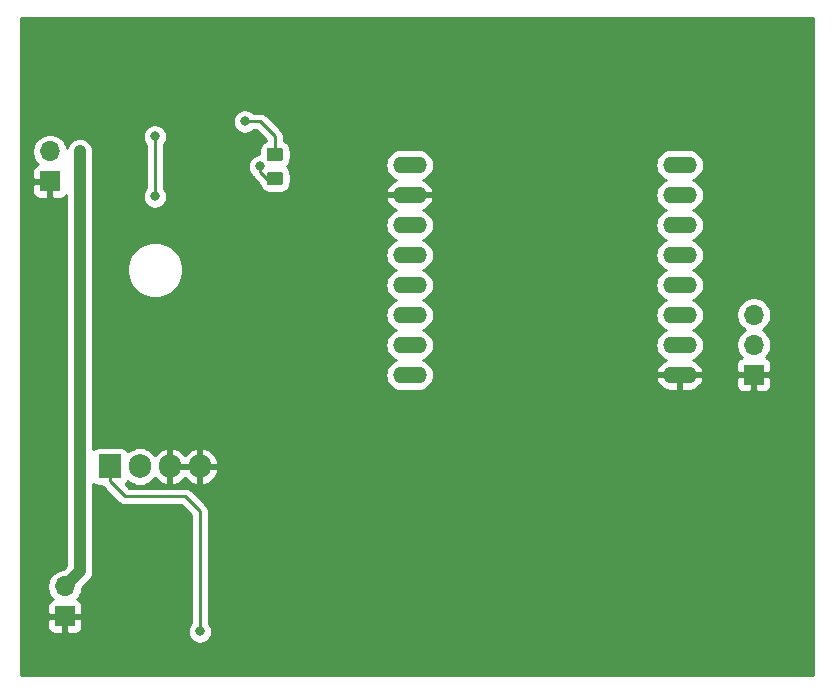
<source format=gbr>
G04 #@! TF.GenerationSoftware,KiCad,Pcbnew,5.1.5+dfsg1-2build2*
G04 #@! TF.CreationDate,2021-09-27T21:09:23+08:00*
G04 #@! TF.ProjectId,esp32-cam,65737033-322d-4636-916d-2e6b69636164,rev?*
G04 #@! TF.SameCoordinates,Original*
G04 #@! TF.FileFunction,Copper,L2,Bot*
G04 #@! TF.FilePolarity,Positive*
%FSLAX46Y46*%
G04 Gerber Fmt 4.6, Leading zero omitted, Abs format (unit mm)*
G04 Created by KiCad (PCBNEW 5.1.5+dfsg1-2build2) date 2021-09-27 21:09:23*
%MOMM*%
%LPD*%
G04 APERTURE LIST*
%ADD10O,2.844800X1.422400*%
%ADD11O,1.700000X1.700000*%
%ADD12R,1.700000X1.700000*%
%ADD13C,0.100000*%
%ADD14O,1.905000X2.000000*%
%ADD15R,1.905000X2.000000*%
%ADD16C,0.800000*%
%ADD17C,0.250000*%
%ADD18C,1.000000*%
%ADD19C,0.254000*%
G04 APERTURE END LIST*
D10*
X110470000Y-77340000D03*
X110470000Y-79880000D03*
X110470000Y-82420000D03*
X110470000Y-84960000D03*
X110470000Y-87500000D03*
X110470000Y-90040000D03*
X110470000Y-92580000D03*
X110470000Y-95120000D03*
X133330000Y-95120000D03*
X133330000Y-92580000D03*
X133330000Y-90040000D03*
X133330000Y-87500000D03*
X133330000Y-84960000D03*
X133330000Y-82420000D03*
X133330000Y-79880000D03*
X133330000Y-77340000D03*
D11*
X139600000Y-90020000D03*
X139600000Y-92560000D03*
D12*
X139600000Y-95100000D03*
D11*
X80010000Y-76200000D03*
D12*
X80010000Y-78740000D03*
G04 #@! TA.AperFunction,SMDPad,CuDef*
D13*
G36*
X99534505Y-75871204D02*
G01*
X99558773Y-75874804D01*
X99582572Y-75880765D01*
X99605671Y-75889030D01*
X99627850Y-75899520D01*
X99648893Y-75912132D01*
X99668599Y-75926747D01*
X99686777Y-75943223D01*
X99703253Y-75961401D01*
X99717868Y-75981107D01*
X99730480Y-76002150D01*
X99740970Y-76024329D01*
X99749235Y-76047428D01*
X99755196Y-76071227D01*
X99758796Y-76095495D01*
X99760000Y-76119999D01*
X99760000Y-76770001D01*
X99758796Y-76794505D01*
X99755196Y-76818773D01*
X99749235Y-76842572D01*
X99740970Y-76865671D01*
X99730480Y-76887850D01*
X99717868Y-76908893D01*
X99703253Y-76928599D01*
X99686777Y-76946777D01*
X99668599Y-76963253D01*
X99648893Y-76977868D01*
X99627850Y-76990480D01*
X99605671Y-77000970D01*
X99582572Y-77009235D01*
X99558773Y-77015196D01*
X99534505Y-77018796D01*
X99510001Y-77020000D01*
X98609999Y-77020000D01*
X98585495Y-77018796D01*
X98561227Y-77015196D01*
X98537428Y-77009235D01*
X98514329Y-77000970D01*
X98492150Y-76990480D01*
X98471107Y-76977868D01*
X98451401Y-76963253D01*
X98433223Y-76946777D01*
X98416747Y-76928599D01*
X98402132Y-76908893D01*
X98389520Y-76887850D01*
X98379030Y-76865671D01*
X98370765Y-76842572D01*
X98364804Y-76818773D01*
X98361204Y-76794505D01*
X98360000Y-76770001D01*
X98360000Y-76119999D01*
X98361204Y-76095495D01*
X98364804Y-76071227D01*
X98370765Y-76047428D01*
X98379030Y-76024329D01*
X98389520Y-76002150D01*
X98402132Y-75981107D01*
X98416747Y-75961401D01*
X98433223Y-75943223D01*
X98451401Y-75926747D01*
X98471107Y-75912132D01*
X98492150Y-75899520D01*
X98514329Y-75889030D01*
X98537428Y-75880765D01*
X98561227Y-75874804D01*
X98585495Y-75871204D01*
X98609999Y-75870000D01*
X99510001Y-75870000D01*
X99534505Y-75871204D01*
G37*
G04 #@! TD.AperFunction*
G04 #@! TA.AperFunction,SMDPad,CuDef*
G36*
X99534505Y-77921204D02*
G01*
X99558773Y-77924804D01*
X99582572Y-77930765D01*
X99605671Y-77939030D01*
X99627850Y-77949520D01*
X99648893Y-77962132D01*
X99668599Y-77976747D01*
X99686777Y-77993223D01*
X99703253Y-78011401D01*
X99717868Y-78031107D01*
X99730480Y-78052150D01*
X99740970Y-78074329D01*
X99749235Y-78097428D01*
X99755196Y-78121227D01*
X99758796Y-78145495D01*
X99760000Y-78169999D01*
X99760000Y-78820001D01*
X99758796Y-78844505D01*
X99755196Y-78868773D01*
X99749235Y-78892572D01*
X99740970Y-78915671D01*
X99730480Y-78937850D01*
X99717868Y-78958893D01*
X99703253Y-78978599D01*
X99686777Y-78996777D01*
X99668599Y-79013253D01*
X99648893Y-79027868D01*
X99627850Y-79040480D01*
X99605671Y-79050970D01*
X99582572Y-79059235D01*
X99558773Y-79065196D01*
X99534505Y-79068796D01*
X99510001Y-79070000D01*
X98609999Y-79070000D01*
X98585495Y-79068796D01*
X98561227Y-79065196D01*
X98537428Y-79059235D01*
X98514329Y-79050970D01*
X98492150Y-79040480D01*
X98471107Y-79027868D01*
X98451401Y-79013253D01*
X98433223Y-78996777D01*
X98416747Y-78978599D01*
X98402132Y-78958893D01*
X98389520Y-78937850D01*
X98379030Y-78915671D01*
X98370765Y-78892572D01*
X98364804Y-78868773D01*
X98361204Y-78844505D01*
X98360000Y-78820001D01*
X98360000Y-78169999D01*
X98361204Y-78145495D01*
X98364804Y-78121227D01*
X98370765Y-78097428D01*
X98379030Y-78074329D01*
X98389520Y-78052150D01*
X98402132Y-78031107D01*
X98416747Y-78011401D01*
X98433223Y-77993223D01*
X98451401Y-77976747D01*
X98471107Y-77962132D01*
X98492150Y-77949520D01*
X98514329Y-77939030D01*
X98537428Y-77930765D01*
X98561227Y-77924804D01*
X98585495Y-77921204D01*
X98609999Y-77920000D01*
X99510001Y-77920000D01*
X99534505Y-77921204D01*
G37*
G04 #@! TD.AperFunction*
D14*
X92710000Y-102870000D03*
X90170000Y-102870000D03*
X87630000Y-102870000D03*
D15*
X85090000Y-102870000D03*
D12*
X81280000Y-115570000D03*
D11*
X81280000Y-113030000D03*
D16*
X88900000Y-74930000D03*
X88900000Y-80010000D03*
X82550000Y-76200000D03*
X96520000Y-73660000D03*
X97790008Y-77470000D03*
X92710000Y-116840000D03*
D17*
X88900000Y-74930000D02*
X88900000Y-80010000D01*
D18*
X82550000Y-76200000D02*
X82550000Y-105410000D01*
X82550000Y-111760000D02*
X81280000Y-113030000D01*
X82550000Y-105410000D02*
X82550000Y-111760000D01*
D17*
X96520000Y-73660000D02*
X97790000Y-73660000D01*
X97790000Y-73660000D02*
X99060000Y-74930000D01*
X99060000Y-74930000D02*
X99060000Y-76445000D01*
X99060000Y-78495000D02*
X98360000Y-78495000D01*
X98360000Y-78495000D02*
X97790008Y-77925008D01*
X97790008Y-77925008D02*
X97790008Y-77470000D01*
X92710000Y-116840000D02*
X92710000Y-106680000D01*
X92710000Y-106680000D02*
X91440000Y-105410000D01*
X91440000Y-105410000D02*
X86360000Y-105410000D01*
X86360000Y-105410000D02*
X85090000Y-104140000D01*
X85090000Y-104140000D02*
X85090000Y-102870000D01*
D19*
G36*
X144653000Y-120523000D02*
G01*
X77597000Y-120523000D01*
X77597000Y-116420000D01*
X79791928Y-116420000D01*
X79804188Y-116544482D01*
X79840498Y-116664180D01*
X79899463Y-116774494D01*
X79978815Y-116871185D01*
X80075506Y-116950537D01*
X80185820Y-117009502D01*
X80305518Y-117045812D01*
X80430000Y-117058072D01*
X80994250Y-117055000D01*
X81153000Y-116896250D01*
X81153000Y-115697000D01*
X81407000Y-115697000D01*
X81407000Y-116896250D01*
X81565750Y-117055000D01*
X82130000Y-117058072D01*
X82254482Y-117045812D01*
X82374180Y-117009502D01*
X82484494Y-116950537D01*
X82581185Y-116871185D01*
X82660537Y-116774494D01*
X82719502Y-116664180D01*
X82755812Y-116544482D01*
X82768072Y-116420000D01*
X82765000Y-115855750D01*
X82606250Y-115697000D01*
X81407000Y-115697000D01*
X81153000Y-115697000D01*
X79953750Y-115697000D01*
X79795000Y-115855750D01*
X79791928Y-116420000D01*
X77597000Y-116420000D01*
X77597000Y-79590000D01*
X78521928Y-79590000D01*
X78534188Y-79714482D01*
X78570498Y-79834180D01*
X78629463Y-79944494D01*
X78708815Y-80041185D01*
X78805506Y-80120537D01*
X78915820Y-80179502D01*
X79035518Y-80215812D01*
X79160000Y-80228072D01*
X79724250Y-80225000D01*
X79883000Y-80066250D01*
X79883000Y-78867000D01*
X78683750Y-78867000D01*
X78525000Y-79025750D01*
X78521928Y-79590000D01*
X77597000Y-79590000D01*
X77597000Y-77890000D01*
X78521928Y-77890000D01*
X78525000Y-78454250D01*
X78683750Y-78613000D01*
X79883000Y-78613000D01*
X79883000Y-78593000D01*
X80137000Y-78593000D01*
X80137000Y-78613000D01*
X80157000Y-78613000D01*
X80157000Y-78867000D01*
X80137000Y-78867000D01*
X80137000Y-80066250D01*
X80295750Y-80225000D01*
X80860000Y-80228072D01*
X80984482Y-80215812D01*
X81104180Y-80179502D01*
X81214494Y-80120537D01*
X81311185Y-80041185D01*
X81390537Y-79944494D01*
X81415000Y-79898727D01*
X81415001Y-105354239D01*
X81415000Y-105354249D01*
X81415001Y-111289867D01*
X81159868Y-111545000D01*
X81133740Y-111545000D01*
X80846842Y-111602068D01*
X80576589Y-111714010D01*
X80333368Y-111876525D01*
X80126525Y-112083368D01*
X79964010Y-112326589D01*
X79852068Y-112596842D01*
X79795000Y-112883740D01*
X79795000Y-113176260D01*
X79852068Y-113463158D01*
X79964010Y-113733411D01*
X80126525Y-113976632D01*
X80258380Y-114108487D01*
X80185820Y-114130498D01*
X80075506Y-114189463D01*
X79978815Y-114268815D01*
X79899463Y-114365506D01*
X79840498Y-114475820D01*
X79804188Y-114595518D01*
X79791928Y-114720000D01*
X79795000Y-115284250D01*
X79953750Y-115443000D01*
X81153000Y-115443000D01*
X81153000Y-115423000D01*
X81407000Y-115423000D01*
X81407000Y-115443000D01*
X82606250Y-115443000D01*
X82765000Y-115284250D01*
X82768072Y-114720000D01*
X82755812Y-114595518D01*
X82719502Y-114475820D01*
X82660537Y-114365506D01*
X82581185Y-114268815D01*
X82484494Y-114189463D01*
X82374180Y-114130498D01*
X82301620Y-114108487D01*
X82433475Y-113976632D01*
X82595990Y-113733411D01*
X82707932Y-113463158D01*
X82765000Y-113176260D01*
X82765000Y-113150132D01*
X83313140Y-112601992D01*
X83356449Y-112566449D01*
X83498284Y-112393623D01*
X83603676Y-112196447D01*
X83668577Y-111982499D01*
X83685000Y-111815752D01*
X83685000Y-111815745D01*
X83690490Y-111760001D01*
X83685000Y-111704257D01*
X83685000Y-104319583D01*
X83686315Y-104321185D01*
X83783006Y-104400537D01*
X83893320Y-104459502D01*
X84013018Y-104495812D01*
X84137500Y-104508072D01*
X84424984Y-104508072D01*
X84455026Y-104564276D01*
X84487259Y-104603551D01*
X84549999Y-104680001D01*
X84579003Y-104703804D01*
X85796200Y-105921002D01*
X85819999Y-105950001D01*
X85935724Y-106044974D01*
X86067753Y-106115546D01*
X86211014Y-106159003D01*
X86322667Y-106170000D01*
X86322676Y-106170000D01*
X86359999Y-106173676D01*
X86397322Y-106170000D01*
X91125199Y-106170000D01*
X91950001Y-106994803D01*
X91950000Y-116136289D01*
X91906063Y-116180226D01*
X91792795Y-116349744D01*
X91714774Y-116538102D01*
X91675000Y-116738061D01*
X91675000Y-116941939D01*
X91714774Y-117141898D01*
X91792795Y-117330256D01*
X91906063Y-117499774D01*
X92050226Y-117643937D01*
X92219744Y-117757205D01*
X92408102Y-117835226D01*
X92608061Y-117875000D01*
X92811939Y-117875000D01*
X93011898Y-117835226D01*
X93200256Y-117757205D01*
X93369774Y-117643937D01*
X93513937Y-117499774D01*
X93627205Y-117330256D01*
X93705226Y-117141898D01*
X93745000Y-116941939D01*
X93745000Y-116738061D01*
X93705226Y-116538102D01*
X93627205Y-116349744D01*
X93513937Y-116180226D01*
X93470000Y-116136289D01*
X93470000Y-106717322D01*
X93473676Y-106679999D01*
X93470000Y-106642676D01*
X93470000Y-106642667D01*
X93459003Y-106531014D01*
X93415546Y-106387753D01*
X93344974Y-106255724D01*
X93250001Y-106139999D01*
X93221003Y-106116201D01*
X92003804Y-104899003D01*
X91980001Y-104869999D01*
X91864276Y-104775026D01*
X91732247Y-104704454D01*
X91588986Y-104660997D01*
X91477333Y-104650000D01*
X91477322Y-104650000D01*
X91440000Y-104646324D01*
X91402678Y-104650000D01*
X86674802Y-104650000D01*
X86412562Y-104387761D01*
X86493685Y-104321185D01*
X86573037Y-104224494D01*
X86617905Y-104140553D01*
X86743766Y-104243845D01*
X87019552Y-104391255D01*
X87318797Y-104482030D01*
X87630000Y-104512681D01*
X87941204Y-104482030D01*
X88240449Y-104391255D01*
X88516235Y-104243845D01*
X88757963Y-104045463D01*
X88905162Y-103866100D01*
X89060563Y-104051315D01*
X89303077Y-104245969D01*
X89578906Y-104389571D01*
X89797020Y-104460563D01*
X90043000Y-104340594D01*
X90043000Y-102997000D01*
X90297000Y-102997000D01*
X90297000Y-104340594D01*
X90542980Y-104460563D01*
X90761094Y-104389571D01*
X91036923Y-104245969D01*
X91279437Y-104051315D01*
X91440000Y-103859948D01*
X91600563Y-104051315D01*
X91843077Y-104245969D01*
X92118906Y-104389571D01*
X92337020Y-104460563D01*
X92583000Y-104340594D01*
X92583000Y-102997000D01*
X92837000Y-102997000D01*
X92837000Y-104340594D01*
X93082980Y-104460563D01*
X93301094Y-104389571D01*
X93576923Y-104245969D01*
X93819437Y-104051315D01*
X94019316Y-103813089D01*
X94168879Y-103540446D01*
X94262378Y-103243863D01*
X94135570Y-102997000D01*
X92837000Y-102997000D01*
X92583000Y-102997000D01*
X90297000Y-102997000D01*
X90043000Y-102997000D01*
X90023000Y-102997000D01*
X90023000Y-102743000D01*
X90043000Y-102743000D01*
X90043000Y-101399406D01*
X90297000Y-101399406D01*
X90297000Y-102743000D01*
X92583000Y-102743000D01*
X92583000Y-101399406D01*
X92837000Y-101399406D01*
X92837000Y-102743000D01*
X94135570Y-102743000D01*
X94262378Y-102496137D01*
X94168879Y-102199554D01*
X94019316Y-101926911D01*
X93819437Y-101688685D01*
X93576923Y-101494031D01*
X93301094Y-101350429D01*
X93082980Y-101279437D01*
X92837000Y-101399406D01*
X92583000Y-101399406D01*
X92337020Y-101279437D01*
X92118906Y-101350429D01*
X91843077Y-101494031D01*
X91600563Y-101688685D01*
X91440000Y-101880052D01*
X91279437Y-101688685D01*
X91036923Y-101494031D01*
X90761094Y-101350429D01*
X90542980Y-101279437D01*
X90297000Y-101399406D01*
X90043000Y-101399406D01*
X89797020Y-101279437D01*
X89578906Y-101350429D01*
X89303077Y-101494031D01*
X89060563Y-101688685D01*
X88905163Y-101873899D01*
X88757963Y-101694537D01*
X88516234Y-101496155D01*
X88240448Y-101348745D01*
X87941203Y-101257970D01*
X87630000Y-101227319D01*
X87318796Y-101257970D01*
X87019551Y-101348745D01*
X86743765Y-101496155D01*
X86617905Y-101599446D01*
X86573037Y-101515506D01*
X86493685Y-101418815D01*
X86396994Y-101339463D01*
X86286680Y-101280498D01*
X86166982Y-101244188D01*
X86042500Y-101231928D01*
X84137500Y-101231928D01*
X84013018Y-101244188D01*
X83893320Y-101280498D01*
X83783006Y-101339463D01*
X83686315Y-101418815D01*
X83685000Y-101420417D01*
X83685000Y-85975098D01*
X86515000Y-85975098D01*
X86515000Y-86444902D01*
X86606654Y-86905679D01*
X86786440Y-87339721D01*
X87047450Y-87730349D01*
X87379651Y-88062550D01*
X87770279Y-88323560D01*
X88204321Y-88503346D01*
X88665098Y-88595000D01*
X89134902Y-88595000D01*
X89595679Y-88503346D01*
X90029721Y-88323560D01*
X90420349Y-88062550D01*
X90752550Y-87730349D01*
X91013560Y-87339721D01*
X91193346Y-86905679D01*
X91285000Y-86444902D01*
X91285000Y-85975098D01*
X91193346Y-85514321D01*
X91013560Y-85080279D01*
X90752550Y-84689651D01*
X90420349Y-84357450D01*
X90029721Y-84096440D01*
X89595679Y-83916654D01*
X89134902Y-83825000D01*
X88665098Y-83825000D01*
X88204321Y-83916654D01*
X87770279Y-84096440D01*
X87379651Y-84357450D01*
X87047450Y-84689651D01*
X86786440Y-85080279D01*
X86606654Y-85514321D01*
X86515000Y-85975098D01*
X83685000Y-85975098D01*
X83685000Y-82420000D01*
X108406087Y-82420000D01*
X108432079Y-82683901D01*
X108509056Y-82937661D01*
X108634060Y-83171527D01*
X108802287Y-83376513D01*
X109007273Y-83544740D01*
X109241139Y-83669744D01*
X109307914Y-83690000D01*
X109241139Y-83710256D01*
X109007273Y-83835260D01*
X108802287Y-84003487D01*
X108634060Y-84208473D01*
X108509056Y-84442339D01*
X108432079Y-84696099D01*
X108406087Y-84960000D01*
X108432079Y-85223901D01*
X108509056Y-85477661D01*
X108634060Y-85711527D01*
X108802287Y-85916513D01*
X109007273Y-86084740D01*
X109241139Y-86209744D01*
X109307914Y-86230000D01*
X109241139Y-86250256D01*
X109007273Y-86375260D01*
X108802287Y-86543487D01*
X108634060Y-86748473D01*
X108509056Y-86982339D01*
X108432079Y-87236099D01*
X108406087Y-87500000D01*
X108432079Y-87763901D01*
X108509056Y-88017661D01*
X108634060Y-88251527D01*
X108802287Y-88456513D01*
X109007273Y-88624740D01*
X109241139Y-88749744D01*
X109307914Y-88770000D01*
X109241139Y-88790256D01*
X109007273Y-88915260D01*
X108802287Y-89083487D01*
X108634060Y-89288473D01*
X108509056Y-89522339D01*
X108432079Y-89776099D01*
X108406087Y-90040000D01*
X108432079Y-90303901D01*
X108509056Y-90557661D01*
X108634060Y-90791527D01*
X108802287Y-90996513D01*
X109007273Y-91164740D01*
X109241139Y-91289744D01*
X109307914Y-91310000D01*
X109241139Y-91330256D01*
X109007273Y-91455260D01*
X108802287Y-91623487D01*
X108634060Y-91828473D01*
X108509056Y-92062339D01*
X108432079Y-92316099D01*
X108406087Y-92580000D01*
X108432079Y-92843901D01*
X108509056Y-93097661D01*
X108634060Y-93331527D01*
X108802287Y-93536513D01*
X109007273Y-93704740D01*
X109241139Y-93829744D01*
X109307914Y-93850000D01*
X109241139Y-93870256D01*
X109007273Y-93995260D01*
X108802287Y-94163487D01*
X108634060Y-94368473D01*
X108509056Y-94602339D01*
X108432079Y-94856099D01*
X108406087Y-95120000D01*
X108432079Y-95383901D01*
X108509056Y-95637661D01*
X108634060Y-95871527D01*
X108802287Y-96076513D01*
X109007273Y-96244740D01*
X109241139Y-96369744D01*
X109494899Y-96446721D01*
X109692672Y-96466200D01*
X111247328Y-96466200D01*
X111445101Y-96446721D01*
X111698861Y-96369744D01*
X111932727Y-96244740D01*
X112137713Y-96076513D01*
X112305940Y-95871527D01*
X112430944Y-95637661D01*
X112486326Y-95455089D01*
X131314971Y-95455089D01*
X131326473Y-95517837D01*
X131428919Y-95762313D01*
X131577091Y-95982105D01*
X131765295Y-96168767D01*
X131986299Y-96315126D01*
X132231610Y-96415557D01*
X132491800Y-96466200D01*
X133203000Y-96466200D01*
X133203000Y-95247000D01*
X133457000Y-95247000D01*
X133457000Y-96466200D01*
X134168200Y-96466200D01*
X134428390Y-96415557D01*
X134673701Y-96315126D01*
X134894705Y-96168767D01*
X135082909Y-95982105D01*
X135104552Y-95950000D01*
X138111928Y-95950000D01*
X138124188Y-96074482D01*
X138160498Y-96194180D01*
X138219463Y-96304494D01*
X138298815Y-96401185D01*
X138395506Y-96480537D01*
X138505820Y-96539502D01*
X138625518Y-96575812D01*
X138750000Y-96588072D01*
X139314250Y-96585000D01*
X139473000Y-96426250D01*
X139473000Y-95227000D01*
X139727000Y-95227000D01*
X139727000Y-96426250D01*
X139885750Y-96585000D01*
X140450000Y-96588072D01*
X140574482Y-96575812D01*
X140694180Y-96539502D01*
X140804494Y-96480537D01*
X140901185Y-96401185D01*
X140980537Y-96304494D01*
X141039502Y-96194180D01*
X141075812Y-96074482D01*
X141088072Y-95950000D01*
X141085000Y-95385750D01*
X140926250Y-95227000D01*
X139727000Y-95227000D01*
X139473000Y-95227000D01*
X138273750Y-95227000D01*
X138115000Y-95385750D01*
X138111928Y-95950000D01*
X135104552Y-95950000D01*
X135231081Y-95762313D01*
X135333527Y-95517837D01*
X135345029Y-95455089D01*
X135221839Y-95247000D01*
X133457000Y-95247000D01*
X133203000Y-95247000D01*
X131438161Y-95247000D01*
X131314971Y-95455089D01*
X112486326Y-95455089D01*
X112507921Y-95383901D01*
X112533913Y-95120000D01*
X112507921Y-94856099D01*
X112430944Y-94602339D01*
X112305940Y-94368473D01*
X112137713Y-94163487D01*
X111932727Y-93995260D01*
X111698861Y-93870256D01*
X111632086Y-93850000D01*
X111698861Y-93829744D01*
X111932727Y-93704740D01*
X112137713Y-93536513D01*
X112305940Y-93331527D01*
X112430944Y-93097661D01*
X112507921Y-92843901D01*
X112533913Y-92580000D01*
X112507921Y-92316099D01*
X112430944Y-92062339D01*
X112305940Y-91828473D01*
X112137713Y-91623487D01*
X111932727Y-91455260D01*
X111698861Y-91330256D01*
X111632086Y-91310000D01*
X111698861Y-91289744D01*
X111932727Y-91164740D01*
X112137713Y-90996513D01*
X112305940Y-90791527D01*
X112430944Y-90557661D01*
X112507921Y-90303901D01*
X112533913Y-90040000D01*
X112507921Y-89776099D01*
X112430944Y-89522339D01*
X112305940Y-89288473D01*
X112137713Y-89083487D01*
X111932727Y-88915260D01*
X111698861Y-88790256D01*
X111632086Y-88770000D01*
X111698861Y-88749744D01*
X111932727Y-88624740D01*
X112137713Y-88456513D01*
X112305940Y-88251527D01*
X112430944Y-88017661D01*
X112507921Y-87763901D01*
X112533913Y-87500000D01*
X112507921Y-87236099D01*
X112430944Y-86982339D01*
X112305940Y-86748473D01*
X112137713Y-86543487D01*
X111932727Y-86375260D01*
X111698861Y-86250256D01*
X111632086Y-86230000D01*
X111698861Y-86209744D01*
X111932727Y-86084740D01*
X112137713Y-85916513D01*
X112305940Y-85711527D01*
X112430944Y-85477661D01*
X112507921Y-85223901D01*
X112533913Y-84960000D01*
X112507921Y-84696099D01*
X112430944Y-84442339D01*
X112305940Y-84208473D01*
X112137713Y-84003487D01*
X111932727Y-83835260D01*
X111698861Y-83710256D01*
X111632086Y-83690000D01*
X111698861Y-83669744D01*
X111932727Y-83544740D01*
X112137713Y-83376513D01*
X112305940Y-83171527D01*
X112430944Y-82937661D01*
X112507921Y-82683901D01*
X112533913Y-82420000D01*
X112507921Y-82156099D01*
X112430944Y-81902339D01*
X112305940Y-81668473D01*
X112137713Y-81463487D01*
X111932727Y-81295260D01*
X111698861Y-81170256D01*
X111631356Y-81149779D01*
X111813701Y-81075126D01*
X112034705Y-80928767D01*
X112222909Y-80742105D01*
X112371081Y-80522313D01*
X112473527Y-80277837D01*
X112485029Y-80215089D01*
X112361839Y-80007000D01*
X110597000Y-80007000D01*
X110597000Y-80027000D01*
X110343000Y-80027000D01*
X110343000Y-80007000D01*
X108578161Y-80007000D01*
X108454971Y-80215089D01*
X108466473Y-80277837D01*
X108568919Y-80522313D01*
X108717091Y-80742105D01*
X108905295Y-80928767D01*
X109126299Y-81075126D01*
X109308644Y-81149779D01*
X109241139Y-81170256D01*
X109007273Y-81295260D01*
X108802287Y-81463487D01*
X108634060Y-81668473D01*
X108509056Y-81902339D01*
X108432079Y-82156099D01*
X108406087Y-82420000D01*
X83685000Y-82420000D01*
X83685000Y-76144248D01*
X83668577Y-75977501D01*
X83603676Y-75763553D01*
X83498284Y-75566377D01*
X83356449Y-75393551D01*
X83183623Y-75251716D01*
X82986446Y-75146324D01*
X82772498Y-75081423D01*
X82550000Y-75059509D01*
X82327501Y-75081423D01*
X82113553Y-75146324D01*
X81916377Y-75251716D01*
X81743551Y-75393551D01*
X81601716Y-75566377D01*
X81496324Y-75763554D01*
X81460662Y-75881114D01*
X81437932Y-75766842D01*
X81325990Y-75496589D01*
X81163475Y-75253368D01*
X80956632Y-75046525D01*
X80713411Y-74884010D01*
X80578338Y-74828061D01*
X87865000Y-74828061D01*
X87865000Y-75031939D01*
X87904774Y-75231898D01*
X87982795Y-75420256D01*
X88096063Y-75589774D01*
X88140000Y-75633711D01*
X88140001Y-79306288D01*
X88096063Y-79350226D01*
X87982795Y-79519744D01*
X87904774Y-79708102D01*
X87865000Y-79908061D01*
X87865000Y-80111939D01*
X87904774Y-80311898D01*
X87982795Y-80500256D01*
X88096063Y-80669774D01*
X88240226Y-80813937D01*
X88409744Y-80927205D01*
X88598102Y-81005226D01*
X88798061Y-81045000D01*
X89001939Y-81045000D01*
X89201898Y-81005226D01*
X89390256Y-80927205D01*
X89559774Y-80813937D01*
X89703937Y-80669774D01*
X89817205Y-80500256D01*
X89895226Y-80311898D01*
X89935000Y-80111939D01*
X89935000Y-79908061D01*
X89895226Y-79708102D01*
X89817205Y-79519744D01*
X89703937Y-79350226D01*
X89660000Y-79306289D01*
X89660000Y-75633711D01*
X89703937Y-75589774D01*
X89817205Y-75420256D01*
X89895226Y-75231898D01*
X89935000Y-75031939D01*
X89935000Y-74828061D01*
X89895226Y-74628102D01*
X89817205Y-74439744D01*
X89703937Y-74270226D01*
X89559774Y-74126063D01*
X89390256Y-74012795D01*
X89201898Y-73934774D01*
X89001939Y-73895000D01*
X88798061Y-73895000D01*
X88598102Y-73934774D01*
X88409744Y-74012795D01*
X88240226Y-74126063D01*
X88096063Y-74270226D01*
X87982795Y-74439744D01*
X87904774Y-74628102D01*
X87865000Y-74828061D01*
X80578338Y-74828061D01*
X80443158Y-74772068D01*
X80156260Y-74715000D01*
X79863740Y-74715000D01*
X79576842Y-74772068D01*
X79306589Y-74884010D01*
X79063368Y-75046525D01*
X78856525Y-75253368D01*
X78694010Y-75496589D01*
X78582068Y-75766842D01*
X78525000Y-76053740D01*
X78525000Y-76346260D01*
X78582068Y-76633158D01*
X78694010Y-76903411D01*
X78856525Y-77146632D01*
X78988380Y-77278487D01*
X78915820Y-77300498D01*
X78805506Y-77359463D01*
X78708815Y-77438815D01*
X78629463Y-77535506D01*
X78570498Y-77645820D01*
X78534188Y-77765518D01*
X78521928Y-77890000D01*
X77597000Y-77890000D01*
X77597000Y-73558061D01*
X95485000Y-73558061D01*
X95485000Y-73761939D01*
X95524774Y-73961898D01*
X95602795Y-74150256D01*
X95716063Y-74319774D01*
X95860226Y-74463937D01*
X96029744Y-74577205D01*
X96218102Y-74655226D01*
X96418061Y-74695000D01*
X96621939Y-74695000D01*
X96821898Y-74655226D01*
X97010256Y-74577205D01*
X97179774Y-74463937D01*
X97223711Y-74420000D01*
X97475199Y-74420000D01*
X98300000Y-75244802D01*
X98300000Y-75290473D01*
X98270149Y-75299528D01*
X98116613Y-75381595D01*
X97982038Y-75492038D01*
X97871595Y-75626613D01*
X97789528Y-75780149D01*
X97738992Y-75946745D01*
X97721928Y-76119999D01*
X97721928Y-76435000D01*
X97688069Y-76435000D01*
X97488110Y-76474774D01*
X97299752Y-76552795D01*
X97130234Y-76666063D01*
X96986071Y-76810226D01*
X96872803Y-76979744D01*
X96794782Y-77168102D01*
X96755008Y-77368061D01*
X96755008Y-77571939D01*
X96794782Y-77771898D01*
X96872803Y-77960256D01*
X96986071Y-78129774D01*
X97096991Y-78240694D01*
X97155034Y-78349284D01*
X97186155Y-78387205D01*
X97250007Y-78465009D01*
X97279010Y-78488811D01*
X97734135Y-78943937D01*
X97738992Y-78993255D01*
X97789528Y-79159851D01*
X97871595Y-79313387D01*
X97982038Y-79447962D01*
X98116613Y-79558405D01*
X98270149Y-79640472D01*
X98436745Y-79691008D01*
X98609999Y-79708072D01*
X99510001Y-79708072D01*
X99683255Y-79691008D01*
X99849851Y-79640472D01*
X100003387Y-79558405D01*
X100137962Y-79447962D01*
X100248405Y-79313387D01*
X100330472Y-79159851D01*
X100381008Y-78993255D01*
X100398072Y-78820001D01*
X100398072Y-78169999D01*
X100381008Y-77996745D01*
X100330472Y-77830149D01*
X100248405Y-77676613D01*
X100137962Y-77542038D01*
X100050184Y-77470000D01*
X100137962Y-77397962D01*
X100185530Y-77340000D01*
X108406087Y-77340000D01*
X108432079Y-77603901D01*
X108509056Y-77857661D01*
X108634060Y-78091527D01*
X108802287Y-78296513D01*
X109007273Y-78464740D01*
X109241139Y-78589744D01*
X109308644Y-78610221D01*
X109126299Y-78684874D01*
X108905295Y-78831233D01*
X108717091Y-79017895D01*
X108568919Y-79237687D01*
X108466473Y-79482163D01*
X108454971Y-79544911D01*
X108578161Y-79753000D01*
X110343000Y-79753000D01*
X110343000Y-79733000D01*
X110597000Y-79733000D01*
X110597000Y-79753000D01*
X112361839Y-79753000D01*
X112485029Y-79544911D01*
X112473527Y-79482163D01*
X112371081Y-79237687D01*
X112222909Y-79017895D01*
X112034705Y-78831233D01*
X111813701Y-78684874D01*
X111631356Y-78610221D01*
X111698861Y-78589744D01*
X111932727Y-78464740D01*
X112137713Y-78296513D01*
X112305940Y-78091527D01*
X112430944Y-77857661D01*
X112507921Y-77603901D01*
X112533913Y-77340000D01*
X131266087Y-77340000D01*
X131292079Y-77603901D01*
X131369056Y-77857661D01*
X131494060Y-78091527D01*
X131662287Y-78296513D01*
X131867273Y-78464740D01*
X132101139Y-78589744D01*
X132167914Y-78610000D01*
X132101139Y-78630256D01*
X131867273Y-78755260D01*
X131662287Y-78923487D01*
X131494060Y-79128473D01*
X131369056Y-79362339D01*
X131292079Y-79616099D01*
X131266087Y-79880000D01*
X131292079Y-80143901D01*
X131369056Y-80397661D01*
X131494060Y-80631527D01*
X131662287Y-80836513D01*
X131867273Y-81004740D01*
X132101139Y-81129744D01*
X132167914Y-81150000D01*
X132101139Y-81170256D01*
X131867273Y-81295260D01*
X131662287Y-81463487D01*
X131494060Y-81668473D01*
X131369056Y-81902339D01*
X131292079Y-82156099D01*
X131266087Y-82420000D01*
X131292079Y-82683901D01*
X131369056Y-82937661D01*
X131494060Y-83171527D01*
X131662287Y-83376513D01*
X131867273Y-83544740D01*
X132101139Y-83669744D01*
X132167914Y-83690000D01*
X132101139Y-83710256D01*
X131867273Y-83835260D01*
X131662287Y-84003487D01*
X131494060Y-84208473D01*
X131369056Y-84442339D01*
X131292079Y-84696099D01*
X131266087Y-84960000D01*
X131292079Y-85223901D01*
X131369056Y-85477661D01*
X131494060Y-85711527D01*
X131662287Y-85916513D01*
X131867273Y-86084740D01*
X132101139Y-86209744D01*
X132167914Y-86230000D01*
X132101139Y-86250256D01*
X131867273Y-86375260D01*
X131662287Y-86543487D01*
X131494060Y-86748473D01*
X131369056Y-86982339D01*
X131292079Y-87236099D01*
X131266087Y-87500000D01*
X131292079Y-87763901D01*
X131369056Y-88017661D01*
X131494060Y-88251527D01*
X131662287Y-88456513D01*
X131867273Y-88624740D01*
X132101139Y-88749744D01*
X132167914Y-88770000D01*
X132101139Y-88790256D01*
X131867273Y-88915260D01*
X131662287Y-89083487D01*
X131494060Y-89288473D01*
X131369056Y-89522339D01*
X131292079Y-89776099D01*
X131266087Y-90040000D01*
X131292079Y-90303901D01*
X131369056Y-90557661D01*
X131494060Y-90791527D01*
X131662287Y-90996513D01*
X131867273Y-91164740D01*
X132101139Y-91289744D01*
X132167914Y-91310000D01*
X132101139Y-91330256D01*
X131867273Y-91455260D01*
X131662287Y-91623487D01*
X131494060Y-91828473D01*
X131369056Y-92062339D01*
X131292079Y-92316099D01*
X131266087Y-92580000D01*
X131292079Y-92843901D01*
X131369056Y-93097661D01*
X131494060Y-93331527D01*
X131662287Y-93536513D01*
X131867273Y-93704740D01*
X132101139Y-93829744D01*
X132168644Y-93850221D01*
X131986299Y-93924874D01*
X131765295Y-94071233D01*
X131577091Y-94257895D01*
X131428919Y-94477687D01*
X131326473Y-94722163D01*
X131314971Y-94784911D01*
X131438161Y-94993000D01*
X133203000Y-94993000D01*
X133203000Y-94973000D01*
X133457000Y-94973000D01*
X133457000Y-94993000D01*
X135221839Y-94993000D01*
X135345029Y-94784911D01*
X135333527Y-94722163D01*
X135231081Y-94477687D01*
X135082909Y-94257895D01*
X135074949Y-94250000D01*
X138111928Y-94250000D01*
X138115000Y-94814250D01*
X138273750Y-94973000D01*
X139473000Y-94973000D01*
X139473000Y-94953000D01*
X139727000Y-94953000D01*
X139727000Y-94973000D01*
X140926250Y-94973000D01*
X141085000Y-94814250D01*
X141088072Y-94250000D01*
X141075812Y-94125518D01*
X141039502Y-94005820D01*
X140980537Y-93895506D01*
X140901185Y-93798815D01*
X140804494Y-93719463D01*
X140694180Y-93660498D01*
X140621620Y-93638487D01*
X140753475Y-93506632D01*
X140915990Y-93263411D01*
X141027932Y-92993158D01*
X141085000Y-92706260D01*
X141085000Y-92413740D01*
X141027932Y-92126842D01*
X140915990Y-91856589D01*
X140753475Y-91613368D01*
X140546632Y-91406525D01*
X140372240Y-91290000D01*
X140546632Y-91173475D01*
X140753475Y-90966632D01*
X140915990Y-90723411D01*
X141027932Y-90453158D01*
X141085000Y-90166260D01*
X141085000Y-89873740D01*
X141027932Y-89586842D01*
X140915990Y-89316589D01*
X140753475Y-89073368D01*
X140546632Y-88866525D01*
X140303411Y-88704010D01*
X140033158Y-88592068D01*
X139746260Y-88535000D01*
X139453740Y-88535000D01*
X139166842Y-88592068D01*
X138896589Y-88704010D01*
X138653368Y-88866525D01*
X138446525Y-89073368D01*
X138284010Y-89316589D01*
X138172068Y-89586842D01*
X138115000Y-89873740D01*
X138115000Y-90166260D01*
X138172068Y-90453158D01*
X138284010Y-90723411D01*
X138446525Y-90966632D01*
X138653368Y-91173475D01*
X138827760Y-91290000D01*
X138653368Y-91406525D01*
X138446525Y-91613368D01*
X138284010Y-91856589D01*
X138172068Y-92126842D01*
X138115000Y-92413740D01*
X138115000Y-92706260D01*
X138172068Y-92993158D01*
X138284010Y-93263411D01*
X138446525Y-93506632D01*
X138578380Y-93638487D01*
X138505820Y-93660498D01*
X138395506Y-93719463D01*
X138298815Y-93798815D01*
X138219463Y-93895506D01*
X138160498Y-94005820D01*
X138124188Y-94125518D01*
X138111928Y-94250000D01*
X135074949Y-94250000D01*
X134894705Y-94071233D01*
X134673701Y-93924874D01*
X134491356Y-93850221D01*
X134558861Y-93829744D01*
X134792727Y-93704740D01*
X134997713Y-93536513D01*
X135165940Y-93331527D01*
X135290944Y-93097661D01*
X135367921Y-92843901D01*
X135393913Y-92580000D01*
X135367921Y-92316099D01*
X135290944Y-92062339D01*
X135165940Y-91828473D01*
X134997713Y-91623487D01*
X134792727Y-91455260D01*
X134558861Y-91330256D01*
X134492086Y-91310000D01*
X134558861Y-91289744D01*
X134792727Y-91164740D01*
X134997713Y-90996513D01*
X135165940Y-90791527D01*
X135290944Y-90557661D01*
X135367921Y-90303901D01*
X135393913Y-90040000D01*
X135367921Y-89776099D01*
X135290944Y-89522339D01*
X135165940Y-89288473D01*
X134997713Y-89083487D01*
X134792727Y-88915260D01*
X134558861Y-88790256D01*
X134492086Y-88770000D01*
X134558861Y-88749744D01*
X134792727Y-88624740D01*
X134997713Y-88456513D01*
X135165940Y-88251527D01*
X135290944Y-88017661D01*
X135367921Y-87763901D01*
X135393913Y-87500000D01*
X135367921Y-87236099D01*
X135290944Y-86982339D01*
X135165940Y-86748473D01*
X134997713Y-86543487D01*
X134792727Y-86375260D01*
X134558861Y-86250256D01*
X134492086Y-86230000D01*
X134558861Y-86209744D01*
X134792727Y-86084740D01*
X134997713Y-85916513D01*
X135165940Y-85711527D01*
X135290944Y-85477661D01*
X135367921Y-85223901D01*
X135393913Y-84960000D01*
X135367921Y-84696099D01*
X135290944Y-84442339D01*
X135165940Y-84208473D01*
X134997713Y-84003487D01*
X134792727Y-83835260D01*
X134558861Y-83710256D01*
X134492086Y-83690000D01*
X134558861Y-83669744D01*
X134792727Y-83544740D01*
X134997713Y-83376513D01*
X135165940Y-83171527D01*
X135290944Y-82937661D01*
X135367921Y-82683901D01*
X135393913Y-82420000D01*
X135367921Y-82156099D01*
X135290944Y-81902339D01*
X135165940Y-81668473D01*
X134997713Y-81463487D01*
X134792727Y-81295260D01*
X134558861Y-81170256D01*
X134492086Y-81150000D01*
X134558861Y-81129744D01*
X134792727Y-81004740D01*
X134997713Y-80836513D01*
X135165940Y-80631527D01*
X135290944Y-80397661D01*
X135367921Y-80143901D01*
X135393913Y-79880000D01*
X135367921Y-79616099D01*
X135290944Y-79362339D01*
X135165940Y-79128473D01*
X134997713Y-78923487D01*
X134792727Y-78755260D01*
X134558861Y-78630256D01*
X134492086Y-78610000D01*
X134558861Y-78589744D01*
X134792727Y-78464740D01*
X134997713Y-78296513D01*
X135165940Y-78091527D01*
X135290944Y-77857661D01*
X135367921Y-77603901D01*
X135393913Y-77340000D01*
X135367921Y-77076099D01*
X135290944Y-76822339D01*
X135165940Y-76588473D01*
X134997713Y-76383487D01*
X134792727Y-76215260D01*
X134558861Y-76090256D01*
X134305101Y-76013279D01*
X134107328Y-75993800D01*
X132552672Y-75993800D01*
X132354899Y-76013279D01*
X132101139Y-76090256D01*
X131867273Y-76215260D01*
X131662287Y-76383487D01*
X131494060Y-76588473D01*
X131369056Y-76822339D01*
X131292079Y-77076099D01*
X131266087Y-77340000D01*
X112533913Y-77340000D01*
X112507921Y-77076099D01*
X112430944Y-76822339D01*
X112305940Y-76588473D01*
X112137713Y-76383487D01*
X111932727Y-76215260D01*
X111698861Y-76090256D01*
X111445101Y-76013279D01*
X111247328Y-75993800D01*
X109692672Y-75993800D01*
X109494899Y-76013279D01*
X109241139Y-76090256D01*
X109007273Y-76215260D01*
X108802287Y-76383487D01*
X108634060Y-76588473D01*
X108509056Y-76822339D01*
X108432079Y-77076099D01*
X108406087Y-77340000D01*
X100185530Y-77340000D01*
X100248405Y-77263387D01*
X100330472Y-77109851D01*
X100381008Y-76943255D01*
X100398072Y-76770001D01*
X100398072Y-76119999D01*
X100381008Y-75946745D01*
X100330472Y-75780149D01*
X100248405Y-75626613D01*
X100137962Y-75492038D01*
X100003387Y-75381595D01*
X99849851Y-75299528D01*
X99820000Y-75290473D01*
X99820000Y-74967322D01*
X99823676Y-74929999D01*
X99820000Y-74892676D01*
X99820000Y-74892667D01*
X99809003Y-74781014D01*
X99765546Y-74637753D01*
X99694974Y-74505724D01*
X99600001Y-74389999D01*
X99571004Y-74366202D01*
X98353804Y-73149003D01*
X98330001Y-73119999D01*
X98214276Y-73025026D01*
X98082247Y-72954454D01*
X97938986Y-72910997D01*
X97827333Y-72900000D01*
X97827322Y-72900000D01*
X97790000Y-72896324D01*
X97752678Y-72900000D01*
X97223711Y-72900000D01*
X97179774Y-72856063D01*
X97010256Y-72742795D01*
X96821898Y-72664774D01*
X96621939Y-72625000D01*
X96418061Y-72625000D01*
X96218102Y-72664774D01*
X96029744Y-72742795D01*
X95860226Y-72856063D01*
X95716063Y-73000226D01*
X95602795Y-73169744D01*
X95524774Y-73358102D01*
X95485000Y-73558061D01*
X77597000Y-73558061D01*
X77597000Y-64897000D01*
X144653000Y-64897000D01*
X144653000Y-120523000D01*
G37*
X144653000Y-120523000D02*
X77597000Y-120523000D01*
X77597000Y-116420000D01*
X79791928Y-116420000D01*
X79804188Y-116544482D01*
X79840498Y-116664180D01*
X79899463Y-116774494D01*
X79978815Y-116871185D01*
X80075506Y-116950537D01*
X80185820Y-117009502D01*
X80305518Y-117045812D01*
X80430000Y-117058072D01*
X80994250Y-117055000D01*
X81153000Y-116896250D01*
X81153000Y-115697000D01*
X81407000Y-115697000D01*
X81407000Y-116896250D01*
X81565750Y-117055000D01*
X82130000Y-117058072D01*
X82254482Y-117045812D01*
X82374180Y-117009502D01*
X82484494Y-116950537D01*
X82581185Y-116871185D01*
X82660537Y-116774494D01*
X82719502Y-116664180D01*
X82755812Y-116544482D01*
X82768072Y-116420000D01*
X82765000Y-115855750D01*
X82606250Y-115697000D01*
X81407000Y-115697000D01*
X81153000Y-115697000D01*
X79953750Y-115697000D01*
X79795000Y-115855750D01*
X79791928Y-116420000D01*
X77597000Y-116420000D01*
X77597000Y-79590000D01*
X78521928Y-79590000D01*
X78534188Y-79714482D01*
X78570498Y-79834180D01*
X78629463Y-79944494D01*
X78708815Y-80041185D01*
X78805506Y-80120537D01*
X78915820Y-80179502D01*
X79035518Y-80215812D01*
X79160000Y-80228072D01*
X79724250Y-80225000D01*
X79883000Y-80066250D01*
X79883000Y-78867000D01*
X78683750Y-78867000D01*
X78525000Y-79025750D01*
X78521928Y-79590000D01*
X77597000Y-79590000D01*
X77597000Y-77890000D01*
X78521928Y-77890000D01*
X78525000Y-78454250D01*
X78683750Y-78613000D01*
X79883000Y-78613000D01*
X79883000Y-78593000D01*
X80137000Y-78593000D01*
X80137000Y-78613000D01*
X80157000Y-78613000D01*
X80157000Y-78867000D01*
X80137000Y-78867000D01*
X80137000Y-80066250D01*
X80295750Y-80225000D01*
X80860000Y-80228072D01*
X80984482Y-80215812D01*
X81104180Y-80179502D01*
X81214494Y-80120537D01*
X81311185Y-80041185D01*
X81390537Y-79944494D01*
X81415000Y-79898727D01*
X81415001Y-105354239D01*
X81415000Y-105354249D01*
X81415001Y-111289867D01*
X81159868Y-111545000D01*
X81133740Y-111545000D01*
X80846842Y-111602068D01*
X80576589Y-111714010D01*
X80333368Y-111876525D01*
X80126525Y-112083368D01*
X79964010Y-112326589D01*
X79852068Y-112596842D01*
X79795000Y-112883740D01*
X79795000Y-113176260D01*
X79852068Y-113463158D01*
X79964010Y-113733411D01*
X80126525Y-113976632D01*
X80258380Y-114108487D01*
X80185820Y-114130498D01*
X80075506Y-114189463D01*
X79978815Y-114268815D01*
X79899463Y-114365506D01*
X79840498Y-114475820D01*
X79804188Y-114595518D01*
X79791928Y-114720000D01*
X79795000Y-115284250D01*
X79953750Y-115443000D01*
X81153000Y-115443000D01*
X81153000Y-115423000D01*
X81407000Y-115423000D01*
X81407000Y-115443000D01*
X82606250Y-115443000D01*
X82765000Y-115284250D01*
X82768072Y-114720000D01*
X82755812Y-114595518D01*
X82719502Y-114475820D01*
X82660537Y-114365506D01*
X82581185Y-114268815D01*
X82484494Y-114189463D01*
X82374180Y-114130498D01*
X82301620Y-114108487D01*
X82433475Y-113976632D01*
X82595990Y-113733411D01*
X82707932Y-113463158D01*
X82765000Y-113176260D01*
X82765000Y-113150132D01*
X83313140Y-112601992D01*
X83356449Y-112566449D01*
X83498284Y-112393623D01*
X83603676Y-112196447D01*
X83668577Y-111982499D01*
X83685000Y-111815752D01*
X83685000Y-111815745D01*
X83690490Y-111760001D01*
X83685000Y-111704257D01*
X83685000Y-104319583D01*
X83686315Y-104321185D01*
X83783006Y-104400537D01*
X83893320Y-104459502D01*
X84013018Y-104495812D01*
X84137500Y-104508072D01*
X84424984Y-104508072D01*
X84455026Y-104564276D01*
X84487259Y-104603551D01*
X84549999Y-104680001D01*
X84579003Y-104703804D01*
X85796200Y-105921002D01*
X85819999Y-105950001D01*
X85935724Y-106044974D01*
X86067753Y-106115546D01*
X86211014Y-106159003D01*
X86322667Y-106170000D01*
X86322676Y-106170000D01*
X86359999Y-106173676D01*
X86397322Y-106170000D01*
X91125199Y-106170000D01*
X91950001Y-106994803D01*
X91950000Y-116136289D01*
X91906063Y-116180226D01*
X91792795Y-116349744D01*
X91714774Y-116538102D01*
X91675000Y-116738061D01*
X91675000Y-116941939D01*
X91714774Y-117141898D01*
X91792795Y-117330256D01*
X91906063Y-117499774D01*
X92050226Y-117643937D01*
X92219744Y-117757205D01*
X92408102Y-117835226D01*
X92608061Y-117875000D01*
X92811939Y-117875000D01*
X93011898Y-117835226D01*
X93200256Y-117757205D01*
X93369774Y-117643937D01*
X93513937Y-117499774D01*
X93627205Y-117330256D01*
X93705226Y-117141898D01*
X93745000Y-116941939D01*
X93745000Y-116738061D01*
X93705226Y-116538102D01*
X93627205Y-116349744D01*
X93513937Y-116180226D01*
X93470000Y-116136289D01*
X93470000Y-106717322D01*
X93473676Y-106679999D01*
X93470000Y-106642676D01*
X93470000Y-106642667D01*
X93459003Y-106531014D01*
X93415546Y-106387753D01*
X93344974Y-106255724D01*
X93250001Y-106139999D01*
X93221003Y-106116201D01*
X92003804Y-104899003D01*
X91980001Y-104869999D01*
X91864276Y-104775026D01*
X91732247Y-104704454D01*
X91588986Y-104660997D01*
X91477333Y-104650000D01*
X91477322Y-104650000D01*
X91440000Y-104646324D01*
X91402678Y-104650000D01*
X86674802Y-104650000D01*
X86412562Y-104387761D01*
X86493685Y-104321185D01*
X86573037Y-104224494D01*
X86617905Y-104140553D01*
X86743766Y-104243845D01*
X87019552Y-104391255D01*
X87318797Y-104482030D01*
X87630000Y-104512681D01*
X87941204Y-104482030D01*
X88240449Y-104391255D01*
X88516235Y-104243845D01*
X88757963Y-104045463D01*
X88905162Y-103866100D01*
X89060563Y-104051315D01*
X89303077Y-104245969D01*
X89578906Y-104389571D01*
X89797020Y-104460563D01*
X90043000Y-104340594D01*
X90043000Y-102997000D01*
X90297000Y-102997000D01*
X90297000Y-104340594D01*
X90542980Y-104460563D01*
X90761094Y-104389571D01*
X91036923Y-104245969D01*
X91279437Y-104051315D01*
X91440000Y-103859948D01*
X91600563Y-104051315D01*
X91843077Y-104245969D01*
X92118906Y-104389571D01*
X92337020Y-104460563D01*
X92583000Y-104340594D01*
X92583000Y-102997000D01*
X92837000Y-102997000D01*
X92837000Y-104340594D01*
X93082980Y-104460563D01*
X93301094Y-104389571D01*
X93576923Y-104245969D01*
X93819437Y-104051315D01*
X94019316Y-103813089D01*
X94168879Y-103540446D01*
X94262378Y-103243863D01*
X94135570Y-102997000D01*
X92837000Y-102997000D01*
X92583000Y-102997000D01*
X90297000Y-102997000D01*
X90043000Y-102997000D01*
X90023000Y-102997000D01*
X90023000Y-102743000D01*
X90043000Y-102743000D01*
X90043000Y-101399406D01*
X90297000Y-101399406D01*
X90297000Y-102743000D01*
X92583000Y-102743000D01*
X92583000Y-101399406D01*
X92837000Y-101399406D01*
X92837000Y-102743000D01*
X94135570Y-102743000D01*
X94262378Y-102496137D01*
X94168879Y-102199554D01*
X94019316Y-101926911D01*
X93819437Y-101688685D01*
X93576923Y-101494031D01*
X93301094Y-101350429D01*
X93082980Y-101279437D01*
X92837000Y-101399406D01*
X92583000Y-101399406D01*
X92337020Y-101279437D01*
X92118906Y-101350429D01*
X91843077Y-101494031D01*
X91600563Y-101688685D01*
X91440000Y-101880052D01*
X91279437Y-101688685D01*
X91036923Y-101494031D01*
X90761094Y-101350429D01*
X90542980Y-101279437D01*
X90297000Y-101399406D01*
X90043000Y-101399406D01*
X89797020Y-101279437D01*
X89578906Y-101350429D01*
X89303077Y-101494031D01*
X89060563Y-101688685D01*
X88905163Y-101873899D01*
X88757963Y-101694537D01*
X88516234Y-101496155D01*
X88240448Y-101348745D01*
X87941203Y-101257970D01*
X87630000Y-101227319D01*
X87318796Y-101257970D01*
X87019551Y-101348745D01*
X86743765Y-101496155D01*
X86617905Y-101599446D01*
X86573037Y-101515506D01*
X86493685Y-101418815D01*
X86396994Y-101339463D01*
X86286680Y-101280498D01*
X86166982Y-101244188D01*
X86042500Y-101231928D01*
X84137500Y-101231928D01*
X84013018Y-101244188D01*
X83893320Y-101280498D01*
X83783006Y-101339463D01*
X83686315Y-101418815D01*
X83685000Y-101420417D01*
X83685000Y-85975098D01*
X86515000Y-85975098D01*
X86515000Y-86444902D01*
X86606654Y-86905679D01*
X86786440Y-87339721D01*
X87047450Y-87730349D01*
X87379651Y-88062550D01*
X87770279Y-88323560D01*
X88204321Y-88503346D01*
X88665098Y-88595000D01*
X89134902Y-88595000D01*
X89595679Y-88503346D01*
X90029721Y-88323560D01*
X90420349Y-88062550D01*
X90752550Y-87730349D01*
X91013560Y-87339721D01*
X91193346Y-86905679D01*
X91285000Y-86444902D01*
X91285000Y-85975098D01*
X91193346Y-85514321D01*
X91013560Y-85080279D01*
X90752550Y-84689651D01*
X90420349Y-84357450D01*
X90029721Y-84096440D01*
X89595679Y-83916654D01*
X89134902Y-83825000D01*
X88665098Y-83825000D01*
X88204321Y-83916654D01*
X87770279Y-84096440D01*
X87379651Y-84357450D01*
X87047450Y-84689651D01*
X86786440Y-85080279D01*
X86606654Y-85514321D01*
X86515000Y-85975098D01*
X83685000Y-85975098D01*
X83685000Y-82420000D01*
X108406087Y-82420000D01*
X108432079Y-82683901D01*
X108509056Y-82937661D01*
X108634060Y-83171527D01*
X108802287Y-83376513D01*
X109007273Y-83544740D01*
X109241139Y-83669744D01*
X109307914Y-83690000D01*
X109241139Y-83710256D01*
X109007273Y-83835260D01*
X108802287Y-84003487D01*
X108634060Y-84208473D01*
X108509056Y-84442339D01*
X108432079Y-84696099D01*
X108406087Y-84960000D01*
X108432079Y-85223901D01*
X108509056Y-85477661D01*
X108634060Y-85711527D01*
X108802287Y-85916513D01*
X109007273Y-86084740D01*
X109241139Y-86209744D01*
X109307914Y-86230000D01*
X109241139Y-86250256D01*
X109007273Y-86375260D01*
X108802287Y-86543487D01*
X108634060Y-86748473D01*
X108509056Y-86982339D01*
X108432079Y-87236099D01*
X108406087Y-87500000D01*
X108432079Y-87763901D01*
X108509056Y-88017661D01*
X108634060Y-88251527D01*
X108802287Y-88456513D01*
X109007273Y-88624740D01*
X109241139Y-88749744D01*
X109307914Y-88770000D01*
X109241139Y-88790256D01*
X109007273Y-88915260D01*
X108802287Y-89083487D01*
X108634060Y-89288473D01*
X108509056Y-89522339D01*
X108432079Y-89776099D01*
X108406087Y-90040000D01*
X108432079Y-90303901D01*
X108509056Y-90557661D01*
X108634060Y-90791527D01*
X108802287Y-90996513D01*
X109007273Y-91164740D01*
X109241139Y-91289744D01*
X109307914Y-91310000D01*
X109241139Y-91330256D01*
X109007273Y-91455260D01*
X108802287Y-91623487D01*
X108634060Y-91828473D01*
X108509056Y-92062339D01*
X108432079Y-92316099D01*
X108406087Y-92580000D01*
X108432079Y-92843901D01*
X108509056Y-93097661D01*
X108634060Y-93331527D01*
X108802287Y-93536513D01*
X109007273Y-93704740D01*
X109241139Y-93829744D01*
X109307914Y-93850000D01*
X109241139Y-93870256D01*
X109007273Y-93995260D01*
X108802287Y-94163487D01*
X108634060Y-94368473D01*
X108509056Y-94602339D01*
X108432079Y-94856099D01*
X108406087Y-95120000D01*
X108432079Y-95383901D01*
X108509056Y-95637661D01*
X108634060Y-95871527D01*
X108802287Y-96076513D01*
X109007273Y-96244740D01*
X109241139Y-96369744D01*
X109494899Y-96446721D01*
X109692672Y-96466200D01*
X111247328Y-96466200D01*
X111445101Y-96446721D01*
X111698861Y-96369744D01*
X111932727Y-96244740D01*
X112137713Y-96076513D01*
X112305940Y-95871527D01*
X112430944Y-95637661D01*
X112486326Y-95455089D01*
X131314971Y-95455089D01*
X131326473Y-95517837D01*
X131428919Y-95762313D01*
X131577091Y-95982105D01*
X131765295Y-96168767D01*
X131986299Y-96315126D01*
X132231610Y-96415557D01*
X132491800Y-96466200D01*
X133203000Y-96466200D01*
X133203000Y-95247000D01*
X133457000Y-95247000D01*
X133457000Y-96466200D01*
X134168200Y-96466200D01*
X134428390Y-96415557D01*
X134673701Y-96315126D01*
X134894705Y-96168767D01*
X135082909Y-95982105D01*
X135104552Y-95950000D01*
X138111928Y-95950000D01*
X138124188Y-96074482D01*
X138160498Y-96194180D01*
X138219463Y-96304494D01*
X138298815Y-96401185D01*
X138395506Y-96480537D01*
X138505820Y-96539502D01*
X138625518Y-96575812D01*
X138750000Y-96588072D01*
X139314250Y-96585000D01*
X139473000Y-96426250D01*
X139473000Y-95227000D01*
X139727000Y-95227000D01*
X139727000Y-96426250D01*
X139885750Y-96585000D01*
X140450000Y-96588072D01*
X140574482Y-96575812D01*
X140694180Y-96539502D01*
X140804494Y-96480537D01*
X140901185Y-96401185D01*
X140980537Y-96304494D01*
X141039502Y-96194180D01*
X141075812Y-96074482D01*
X141088072Y-95950000D01*
X141085000Y-95385750D01*
X140926250Y-95227000D01*
X139727000Y-95227000D01*
X139473000Y-95227000D01*
X138273750Y-95227000D01*
X138115000Y-95385750D01*
X138111928Y-95950000D01*
X135104552Y-95950000D01*
X135231081Y-95762313D01*
X135333527Y-95517837D01*
X135345029Y-95455089D01*
X135221839Y-95247000D01*
X133457000Y-95247000D01*
X133203000Y-95247000D01*
X131438161Y-95247000D01*
X131314971Y-95455089D01*
X112486326Y-95455089D01*
X112507921Y-95383901D01*
X112533913Y-95120000D01*
X112507921Y-94856099D01*
X112430944Y-94602339D01*
X112305940Y-94368473D01*
X112137713Y-94163487D01*
X111932727Y-93995260D01*
X111698861Y-93870256D01*
X111632086Y-93850000D01*
X111698861Y-93829744D01*
X111932727Y-93704740D01*
X112137713Y-93536513D01*
X112305940Y-93331527D01*
X112430944Y-93097661D01*
X112507921Y-92843901D01*
X112533913Y-92580000D01*
X112507921Y-92316099D01*
X112430944Y-92062339D01*
X112305940Y-91828473D01*
X112137713Y-91623487D01*
X111932727Y-91455260D01*
X111698861Y-91330256D01*
X111632086Y-91310000D01*
X111698861Y-91289744D01*
X111932727Y-91164740D01*
X112137713Y-90996513D01*
X112305940Y-90791527D01*
X112430944Y-90557661D01*
X112507921Y-90303901D01*
X112533913Y-90040000D01*
X112507921Y-89776099D01*
X112430944Y-89522339D01*
X112305940Y-89288473D01*
X112137713Y-89083487D01*
X111932727Y-88915260D01*
X111698861Y-88790256D01*
X111632086Y-88770000D01*
X111698861Y-88749744D01*
X111932727Y-88624740D01*
X112137713Y-88456513D01*
X112305940Y-88251527D01*
X112430944Y-88017661D01*
X112507921Y-87763901D01*
X112533913Y-87500000D01*
X112507921Y-87236099D01*
X112430944Y-86982339D01*
X112305940Y-86748473D01*
X112137713Y-86543487D01*
X111932727Y-86375260D01*
X111698861Y-86250256D01*
X111632086Y-86230000D01*
X111698861Y-86209744D01*
X111932727Y-86084740D01*
X112137713Y-85916513D01*
X112305940Y-85711527D01*
X112430944Y-85477661D01*
X112507921Y-85223901D01*
X112533913Y-84960000D01*
X112507921Y-84696099D01*
X112430944Y-84442339D01*
X112305940Y-84208473D01*
X112137713Y-84003487D01*
X111932727Y-83835260D01*
X111698861Y-83710256D01*
X111632086Y-83690000D01*
X111698861Y-83669744D01*
X111932727Y-83544740D01*
X112137713Y-83376513D01*
X112305940Y-83171527D01*
X112430944Y-82937661D01*
X112507921Y-82683901D01*
X112533913Y-82420000D01*
X112507921Y-82156099D01*
X112430944Y-81902339D01*
X112305940Y-81668473D01*
X112137713Y-81463487D01*
X111932727Y-81295260D01*
X111698861Y-81170256D01*
X111631356Y-81149779D01*
X111813701Y-81075126D01*
X112034705Y-80928767D01*
X112222909Y-80742105D01*
X112371081Y-80522313D01*
X112473527Y-80277837D01*
X112485029Y-80215089D01*
X112361839Y-80007000D01*
X110597000Y-80007000D01*
X110597000Y-80027000D01*
X110343000Y-80027000D01*
X110343000Y-80007000D01*
X108578161Y-80007000D01*
X108454971Y-80215089D01*
X108466473Y-80277837D01*
X108568919Y-80522313D01*
X108717091Y-80742105D01*
X108905295Y-80928767D01*
X109126299Y-81075126D01*
X109308644Y-81149779D01*
X109241139Y-81170256D01*
X109007273Y-81295260D01*
X108802287Y-81463487D01*
X108634060Y-81668473D01*
X108509056Y-81902339D01*
X108432079Y-82156099D01*
X108406087Y-82420000D01*
X83685000Y-82420000D01*
X83685000Y-76144248D01*
X83668577Y-75977501D01*
X83603676Y-75763553D01*
X83498284Y-75566377D01*
X83356449Y-75393551D01*
X83183623Y-75251716D01*
X82986446Y-75146324D01*
X82772498Y-75081423D01*
X82550000Y-75059509D01*
X82327501Y-75081423D01*
X82113553Y-75146324D01*
X81916377Y-75251716D01*
X81743551Y-75393551D01*
X81601716Y-75566377D01*
X81496324Y-75763554D01*
X81460662Y-75881114D01*
X81437932Y-75766842D01*
X81325990Y-75496589D01*
X81163475Y-75253368D01*
X80956632Y-75046525D01*
X80713411Y-74884010D01*
X80578338Y-74828061D01*
X87865000Y-74828061D01*
X87865000Y-75031939D01*
X87904774Y-75231898D01*
X87982795Y-75420256D01*
X88096063Y-75589774D01*
X88140000Y-75633711D01*
X88140001Y-79306288D01*
X88096063Y-79350226D01*
X87982795Y-79519744D01*
X87904774Y-79708102D01*
X87865000Y-79908061D01*
X87865000Y-80111939D01*
X87904774Y-80311898D01*
X87982795Y-80500256D01*
X88096063Y-80669774D01*
X88240226Y-80813937D01*
X88409744Y-80927205D01*
X88598102Y-81005226D01*
X88798061Y-81045000D01*
X89001939Y-81045000D01*
X89201898Y-81005226D01*
X89390256Y-80927205D01*
X89559774Y-80813937D01*
X89703937Y-80669774D01*
X89817205Y-80500256D01*
X89895226Y-80311898D01*
X89935000Y-80111939D01*
X89935000Y-79908061D01*
X89895226Y-79708102D01*
X89817205Y-79519744D01*
X89703937Y-79350226D01*
X89660000Y-79306289D01*
X89660000Y-75633711D01*
X89703937Y-75589774D01*
X89817205Y-75420256D01*
X89895226Y-75231898D01*
X89935000Y-75031939D01*
X89935000Y-74828061D01*
X89895226Y-74628102D01*
X89817205Y-74439744D01*
X89703937Y-74270226D01*
X89559774Y-74126063D01*
X89390256Y-74012795D01*
X89201898Y-73934774D01*
X89001939Y-73895000D01*
X88798061Y-73895000D01*
X88598102Y-73934774D01*
X88409744Y-74012795D01*
X88240226Y-74126063D01*
X88096063Y-74270226D01*
X87982795Y-74439744D01*
X87904774Y-74628102D01*
X87865000Y-74828061D01*
X80578338Y-74828061D01*
X80443158Y-74772068D01*
X80156260Y-74715000D01*
X79863740Y-74715000D01*
X79576842Y-74772068D01*
X79306589Y-74884010D01*
X79063368Y-75046525D01*
X78856525Y-75253368D01*
X78694010Y-75496589D01*
X78582068Y-75766842D01*
X78525000Y-76053740D01*
X78525000Y-76346260D01*
X78582068Y-76633158D01*
X78694010Y-76903411D01*
X78856525Y-77146632D01*
X78988380Y-77278487D01*
X78915820Y-77300498D01*
X78805506Y-77359463D01*
X78708815Y-77438815D01*
X78629463Y-77535506D01*
X78570498Y-77645820D01*
X78534188Y-77765518D01*
X78521928Y-77890000D01*
X77597000Y-77890000D01*
X77597000Y-73558061D01*
X95485000Y-73558061D01*
X95485000Y-73761939D01*
X95524774Y-73961898D01*
X95602795Y-74150256D01*
X95716063Y-74319774D01*
X95860226Y-74463937D01*
X96029744Y-74577205D01*
X96218102Y-74655226D01*
X96418061Y-74695000D01*
X96621939Y-74695000D01*
X96821898Y-74655226D01*
X97010256Y-74577205D01*
X97179774Y-74463937D01*
X97223711Y-74420000D01*
X97475199Y-74420000D01*
X98300000Y-75244802D01*
X98300000Y-75290473D01*
X98270149Y-75299528D01*
X98116613Y-75381595D01*
X97982038Y-75492038D01*
X97871595Y-75626613D01*
X97789528Y-75780149D01*
X97738992Y-75946745D01*
X97721928Y-76119999D01*
X97721928Y-76435000D01*
X97688069Y-76435000D01*
X97488110Y-76474774D01*
X97299752Y-76552795D01*
X97130234Y-76666063D01*
X96986071Y-76810226D01*
X96872803Y-76979744D01*
X96794782Y-77168102D01*
X96755008Y-77368061D01*
X96755008Y-77571939D01*
X96794782Y-77771898D01*
X96872803Y-77960256D01*
X96986071Y-78129774D01*
X97096991Y-78240694D01*
X97155034Y-78349284D01*
X97186155Y-78387205D01*
X97250007Y-78465009D01*
X97279010Y-78488811D01*
X97734135Y-78943937D01*
X97738992Y-78993255D01*
X97789528Y-79159851D01*
X97871595Y-79313387D01*
X97982038Y-79447962D01*
X98116613Y-79558405D01*
X98270149Y-79640472D01*
X98436745Y-79691008D01*
X98609999Y-79708072D01*
X99510001Y-79708072D01*
X99683255Y-79691008D01*
X99849851Y-79640472D01*
X100003387Y-79558405D01*
X100137962Y-79447962D01*
X100248405Y-79313387D01*
X100330472Y-79159851D01*
X100381008Y-78993255D01*
X100398072Y-78820001D01*
X100398072Y-78169999D01*
X100381008Y-77996745D01*
X100330472Y-77830149D01*
X100248405Y-77676613D01*
X100137962Y-77542038D01*
X100050184Y-77470000D01*
X100137962Y-77397962D01*
X100185530Y-77340000D01*
X108406087Y-77340000D01*
X108432079Y-77603901D01*
X108509056Y-77857661D01*
X108634060Y-78091527D01*
X108802287Y-78296513D01*
X109007273Y-78464740D01*
X109241139Y-78589744D01*
X109308644Y-78610221D01*
X109126299Y-78684874D01*
X108905295Y-78831233D01*
X108717091Y-79017895D01*
X108568919Y-79237687D01*
X108466473Y-79482163D01*
X108454971Y-79544911D01*
X108578161Y-79753000D01*
X110343000Y-79753000D01*
X110343000Y-79733000D01*
X110597000Y-79733000D01*
X110597000Y-79753000D01*
X112361839Y-79753000D01*
X112485029Y-79544911D01*
X112473527Y-79482163D01*
X112371081Y-79237687D01*
X112222909Y-79017895D01*
X112034705Y-78831233D01*
X111813701Y-78684874D01*
X111631356Y-78610221D01*
X111698861Y-78589744D01*
X111932727Y-78464740D01*
X112137713Y-78296513D01*
X112305940Y-78091527D01*
X112430944Y-77857661D01*
X112507921Y-77603901D01*
X112533913Y-77340000D01*
X131266087Y-77340000D01*
X131292079Y-77603901D01*
X131369056Y-77857661D01*
X131494060Y-78091527D01*
X131662287Y-78296513D01*
X131867273Y-78464740D01*
X132101139Y-78589744D01*
X132167914Y-78610000D01*
X132101139Y-78630256D01*
X131867273Y-78755260D01*
X131662287Y-78923487D01*
X131494060Y-79128473D01*
X131369056Y-79362339D01*
X131292079Y-79616099D01*
X131266087Y-79880000D01*
X131292079Y-80143901D01*
X131369056Y-80397661D01*
X131494060Y-80631527D01*
X131662287Y-80836513D01*
X131867273Y-81004740D01*
X132101139Y-81129744D01*
X132167914Y-81150000D01*
X132101139Y-81170256D01*
X131867273Y-81295260D01*
X131662287Y-81463487D01*
X131494060Y-81668473D01*
X131369056Y-81902339D01*
X131292079Y-82156099D01*
X131266087Y-82420000D01*
X131292079Y-82683901D01*
X131369056Y-82937661D01*
X131494060Y-83171527D01*
X131662287Y-83376513D01*
X131867273Y-83544740D01*
X132101139Y-83669744D01*
X132167914Y-83690000D01*
X132101139Y-83710256D01*
X131867273Y-83835260D01*
X131662287Y-84003487D01*
X131494060Y-84208473D01*
X131369056Y-84442339D01*
X131292079Y-84696099D01*
X131266087Y-84960000D01*
X131292079Y-85223901D01*
X131369056Y-85477661D01*
X131494060Y-85711527D01*
X131662287Y-85916513D01*
X131867273Y-86084740D01*
X132101139Y-86209744D01*
X132167914Y-86230000D01*
X132101139Y-86250256D01*
X131867273Y-86375260D01*
X131662287Y-86543487D01*
X131494060Y-86748473D01*
X131369056Y-86982339D01*
X131292079Y-87236099D01*
X131266087Y-87500000D01*
X131292079Y-87763901D01*
X131369056Y-88017661D01*
X131494060Y-88251527D01*
X131662287Y-88456513D01*
X131867273Y-88624740D01*
X132101139Y-88749744D01*
X132167914Y-88770000D01*
X132101139Y-88790256D01*
X131867273Y-88915260D01*
X131662287Y-89083487D01*
X131494060Y-89288473D01*
X131369056Y-89522339D01*
X131292079Y-89776099D01*
X131266087Y-90040000D01*
X131292079Y-90303901D01*
X131369056Y-90557661D01*
X131494060Y-90791527D01*
X131662287Y-90996513D01*
X131867273Y-91164740D01*
X132101139Y-91289744D01*
X132167914Y-91310000D01*
X132101139Y-91330256D01*
X131867273Y-91455260D01*
X131662287Y-91623487D01*
X131494060Y-91828473D01*
X131369056Y-92062339D01*
X131292079Y-92316099D01*
X131266087Y-92580000D01*
X131292079Y-92843901D01*
X131369056Y-93097661D01*
X131494060Y-93331527D01*
X131662287Y-93536513D01*
X131867273Y-93704740D01*
X132101139Y-93829744D01*
X132168644Y-93850221D01*
X131986299Y-93924874D01*
X131765295Y-94071233D01*
X131577091Y-94257895D01*
X131428919Y-94477687D01*
X131326473Y-94722163D01*
X131314971Y-94784911D01*
X131438161Y-94993000D01*
X133203000Y-94993000D01*
X133203000Y-94973000D01*
X133457000Y-94973000D01*
X133457000Y-94993000D01*
X135221839Y-94993000D01*
X135345029Y-94784911D01*
X135333527Y-94722163D01*
X135231081Y-94477687D01*
X135082909Y-94257895D01*
X135074949Y-94250000D01*
X138111928Y-94250000D01*
X138115000Y-94814250D01*
X138273750Y-94973000D01*
X139473000Y-94973000D01*
X139473000Y-94953000D01*
X139727000Y-94953000D01*
X139727000Y-94973000D01*
X140926250Y-94973000D01*
X141085000Y-94814250D01*
X141088072Y-94250000D01*
X141075812Y-94125518D01*
X141039502Y-94005820D01*
X140980537Y-93895506D01*
X140901185Y-93798815D01*
X140804494Y-93719463D01*
X140694180Y-93660498D01*
X140621620Y-93638487D01*
X140753475Y-93506632D01*
X140915990Y-93263411D01*
X141027932Y-92993158D01*
X141085000Y-92706260D01*
X141085000Y-92413740D01*
X141027932Y-92126842D01*
X140915990Y-91856589D01*
X140753475Y-91613368D01*
X140546632Y-91406525D01*
X140372240Y-91290000D01*
X140546632Y-91173475D01*
X140753475Y-90966632D01*
X140915990Y-90723411D01*
X141027932Y-90453158D01*
X141085000Y-90166260D01*
X141085000Y-89873740D01*
X141027932Y-89586842D01*
X140915990Y-89316589D01*
X140753475Y-89073368D01*
X140546632Y-88866525D01*
X140303411Y-88704010D01*
X140033158Y-88592068D01*
X139746260Y-88535000D01*
X139453740Y-88535000D01*
X139166842Y-88592068D01*
X138896589Y-88704010D01*
X138653368Y-88866525D01*
X138446525Y-89073368D01*
X138284010Y-89316589D01*
X138172068Y-89586842D01*
X138115000Y-89873740D01*
X138115000Y-90166260D01*
X138172068Y-90453158D01*
X138284010Y-90723411D01*
X138446525Y-90966632D01*
X138653368Y-91173475D01*
X138827760Y-91290000D01*
X138653368Y-91406525D01*
X138446525Y-91613368D01*
X138284010Y-91856589D01*
X138172068Y-92126842D01*
X138115000Y-92413740D01*
X138115000Y-92706260D01*
X138172068Y-92993158D01*
X138284010Y-93263411D01*
X138446525Y-93506632D01*
X138578380Y-93638487D01*
X138505820Y-93660498D01*
X138395506Y-93719463D01*
X138298815Y-93798815D01*
X138219463Y-93895506D01*
X138160498Y-94005820D01*
X138124188Y-94125518D01*
X138111928Y-94250000D01*
X135074949Y-94250000D01*
X134894705Y-94071233D01*
X134673701Y-93924874D01*
X134491356Y-93850221D01*
X134558861Y-93829744D01*
X134792727Y-93704740D01*
X134997713Y-93536513D01*
X135165940Y-93331527D01*
X135290944Y-93097661D01*
X135367921Y-92843901D01*
X135393913Y-92580000D01*
X135367921Y-92316099D01*
X135290944Y-92062339D01*
X135165940Y-91828473D01*
X134997713Y-91623487D01*
X134792727Y-91455260D01*
X134558861Y-91330256D01*
X134492086Y-91310000D01*
X134558861Y-91289744D01*
X134792727Y-91164740D01*
X134997713Y-90996513D01*
X135165940Y-90791527D01*
X135290944Y-90557661D01*
X135367921Y-90303901D01*
X135393913Y-90040000D01*
X135367921Y-89776099D01*
X135290944Y-89522339D01*
X135165940Y-89288473D01*
X134997713Y-89083487D01*
X134792727Y-88915260D01*
X134558861Y-88790256D01*
X134492086Y-88770000D01*
X134558861Y-88749744D01*
X134792727Y-88624740D01*
X134997713Y-88456513D01*
X135165940Y-88251527D01*
X135290944Y-88017661D01*
X135367921Y-87763901D01*
X135393913Y-87500000D01*
X135367921Y-87236099D01*
X135290944Y-86982339D01*
X135165940Y-86748473D01*
X134997713Y-86543487D01*
X134792727Y-86375260D01*
X134558861Y-86250256D01*
X134492086Y-86230000D01*
X134558861Y-86209744D01*
X134792727Y-86084740D01*
X134997713Y-85916513D01*
X135165940Y-85711527D01*
X135290944Y-85477661D01*
X135367921Y-85223901D01*
X135393913Y-84960000D01*
X135367921Y-84696099D01*
X135290944Y-84442339D01*
X135165940Y-84208473D01*
X134997713Y-84003487D01*
X134792727Y-83835260D01*
X134558861Y-83710256D01*
X134492086Y-83690000D01*
X134558861Y-83669744D01*
X134792727Y-83544740D01*
X134997713Y-83376513D01*
X135165940Y-83171527D01*
X135290944Y-82937661D01*
X135367921Y-82683901D01*
X135393913Y-82420000D01*
X135367921Y-82156099D01*
X135290944Y-81902339D01*
X135165940Y-81668473D01*
X134997713Y-81463487D01*
X134792727Y-81295260D01*
X134558861Y-81170256D01*
X134492086Y-81150000D01*
X134558861Y-81129744D01*
X134792727Y-81004740D01*
X134997713Y-80836513D01*
X135165940Y-80631527D01*
X135290944Y-80397661D01*
X135367921Y-80143901D01*
X135393913Y-79880000D01*
X135367921Y-79616099D01*
X135290944Y-79362339D01*
X135165940Y-79128473D01*
X134997713Y-78923487D01*
X134792727Y-78755260D01*
X134558861Y-78630256D01*
X134492086Y-78610000D01*
X134558861Y-78589744D01*
X134792727Y-78464740D01*
X134997713Y-78296513D01*
X135165940Y-78091527D01*
X135290944Y-77857661D01*
X135367921Y-77603901D01*
X135393913Y-77340000D01*
X135367921Y-77076099D01*
X135290944Y-76822339D01*
X135165940Y-76588473D01*
X134997713Y-76383487D01*
X134792727Y-76215260D01*
X134558861Y-76090256D01*
X134305101Y-76013279D01*
X134107328Y-75993800D01*
X132552672Y-75993800D01*
X132354899Y-76013279D01*
X132101139Y-76090256D01*
X131867273Y-76215260D01*
X131662287Y-76383487D01*
X131494060Y-76588473D01*
X131369056Y-76822339D01*
X131292079Y-77076099D01*
X131266087Y-77340000D01*
X112533913Y-77340000D01*
X112507921Y-77076099D01*
X112430944Y-76822339D01*
X112305940Y-76588473D01*
X112137713Y-76383487D01*
X111932727Y-76215260D01*
X111698861Y-76090256D01*
X111445101Y-76013279D01*
X111247328Y-75993800D01*
X109692672Y-75993800D01*
X109494899Y-76013279D01*
X109241139Y-76090256D01*
X109007273Y-76215260D01*
X108802287Y-76383487D01*
X108634060Y-76588473D01*
X108509056Y-76822339D01*
X108432079Y-77076099D01*
X108406087Y-77340000D01*
X100185530Y-77340000D01*
X100248405Y-77263387D01*
X100330472Y-77109851D01*
X100381008Y-76943255D01*
X100398072Y-76770001D01*
X100398072Y-76119999D01*
X100381008Y-75946745D01*
X100330472Y-75780149D01*
X100248405Y-75626613D01*
X100137962Y-75492038D01*
X100003387Y-75381595D01*
X99849851Y-75299528D01*
X99820000Y-75290473D01*
X99820000Y-74967322D01*
X99823676Y-74929999D01*
X99820000Y-74892676D01*
X99820000Y-74892667D01*
X99809003Y-74781014D01*
X99765546Y-74637753D01*
X99694974Y-74505724D01*
X99600001Y-74389999D01*
X99571004Y-74366202D01*
X98353804Y-73149003D01*
X98330001Y-73119999D01*
X98214276Y-73025026D01*
X98082247Y-72954454D01*
X97938986Y-72910997D01*
X97827333Y-72900000D01*
X97827322Y-72900000D01*
X97790000Y-72896324D01*
X97752678Y-72900000D01*
X97223711Y-72900000D01*
X97179774Y-72856063D01*
X97010256Y-72742795D01*
X96821898Y-72664774D01*
X96621939Y-72625000D01*
X96418061Y-72625000D01*
X96218102Y-72664774D01*
X96029744Y-72742795D01*
X95860226Y-72856063D01*
X95716063Y-73000226D01*
X95602795Y-73169744D01*
X95524774Y-73358102D01*
X95485000Y-73558061D01*
X77597000Y-73558061D01*
X77597000Y-64897000D01*
X144653000Y-64897000D01*
X144653000Y-120523000D01*
M02*

</source>
